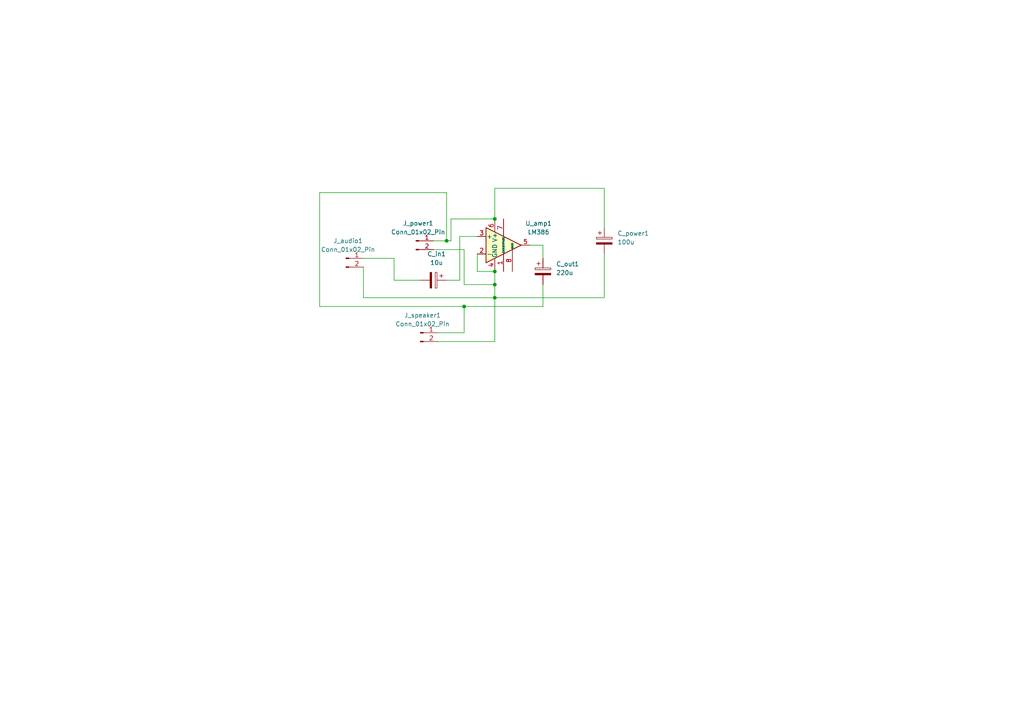
<source format=kicad_sch>
(kicad_sch (version 20231120) (generator "eeschema") (generator_version "8.0")
  (paper "A4")
  (lib_symbols
    (symbol "Amplifier_Audio:LM386" (pin_names (offset 0.127))
      (property "Reference" "U" (at 1.27 7.62 0))
      (property "Value" "LM386" (at 1.27 5.08 0))
      (symbol "LM386_0_1"
        (polyline (pts (xy 5.08 0) (xy -5.08 5.08) (xy -5.08 -5.08) (xy 5.08 0)) (stroke (width 0.254)) (fill (type background)))
      )
      (symbol "LM386_1_1"
        (pin input line (at 0 -7.62 90) (length 5.08) (name "GAIN") (number "1"))
        (pin input line (at -7.62 -2.54 0) (length 2.54) (name "-") (number "2"))
        (pin input line (at -7.62 2.54 0) (length 2.54) (name "+") (number "3"))
        (pin power_in line (at -2.54 -7.62 90) (length 3.81) (name "GND") (number "4"))
        (pin output line (at 7.62 0 180) (length 2.54) (name "~") (number "5"))
        (pin power_in line (at -2.54 7.62 270) (length 3.81) (name "V+") (number "6"))
        (pin input line (at 0 7.62 270) (length 5.08) (name "BYPASS") (number "7"))
        (pin input line (at 2.54 -7.62 90) (length 6.35) (name "GAIN") (number "8"))
      )
    )
    (symbol "Connector:Conn_01x02_Pin" (pin_names (offset 1.016) hide)
      (property "Reference" "J" (at 0 2.54 0))
      (property "Value" "Conn_01x02_Pin" (at 0 -5.08 0))
      (symbol "Conn_01x02_Pin_1_1"
        (polyline (pts (xy 1.27 -2.54) (xy 0.8636 -2.54)) (stroke (width 0.1524)))
        (polyline (pts (xy 1.27 0) (xy 0.8636 0)) (stroke (width 0.1524)))
        (rectangle (start 0.8636 -2.413) (end 0 -2.667) (stroke (width 0.1524)) (fill (type outline)))
        (rectangle (start 0.8636 0.127) (end 0 -0.127) (stroke (width 0.1524)) (fill (type outline)))
        (pin passive line (at 5.08 0 180) (length 3.81) (name "Pin_1") (number "1"))
        (pin passive line (at 5.08 -2.54 180) (length 3.81) (name "Pin_2") (number "2"))
      )
    )
    (symbol "Device:C_Polarized" (pin_numbers hide) (pin_names (offset 0.254))
      (property "Reference" "C" (at 0.635 2.54 0))
      (property "Value" "C_Polarized" (at 0.635 -2.54 0))
      (symbol "C_Polarized_0_1"
        (rectangle (start -2.286 0.508) (end 2.286 1.016))
        (polyline (pts (xy -1.778 2.286) (xy -0.762 2.286)))
        (polyline (pts (xy -1.27 2.794) (xy -1.27 1.778)))
        (rectangle (start 2.286 -0.508) (end -2.286 -1.016) (fill (type outline)))
      )
      (symbol "C_Polarized_1_1"
        (pin passive line (at 0 3.81 270) (length 2.794) (name "~") (number "1"))
        (pin passive line (at 0 -3.81 90) (length 2.794) (name "~") (number "2"))
      )
    )
  )
  (junction (at 134.62 88.9))
  (junction (at 143.51 63.5))
  (junction (at 143.51 86.36))
  (junction (at 143.51 82.55))
  (junction (at 129.54 69.85))
  (junction (at 143.51 78.74))
  (wire (pts (xy 143.51 82.55) (xy 143.51 86.36)))
  (wire (pts (xy 127 99.06) (xy 143.51 99.06)))
  (wire (pts (xy 105.41 77.47) (xy 105.41 86.36)))
  (wire (pts (xy 134.62 82.55) (xy 143.51 82.55)))
  (wire (pts (xy 133.35 81.28) (xy 133.35 68.58)))
  (wire (pts (xy 175.26 54.61) (xy 143.51 54.61)))
  (wire (pts (xy 129.54 69.85) (xy 130.81 69.85)))
  (wire (pts (xy 175.26 66.04) (xy 175.26 54.61)))
  (wire (pts (xy 105.41 86.36) (xy 143.51 86.36)))
  (wire (pts (xy 157.48 71.12) (xy 157.48 74.93)))
  (wire (pts (xy 105.41 74.93) (xy 114.3 74.93)))
  (wire (pts (xy 125.73 72.39) (xy 134.62 72.39)))
  (wire (pts (xy 130.81 69.85) (xy 130.81 63.5)))
  (wire (pts (xy 138.43 73.66) (xy 138.43 78.74)))
  (wire (pts (xy 134.62 88.9) (xy 134.62 96.52)))
  (wire (pts (xy 157.48 82.55) (xy 157.48 88.9)))
  (wire (pts (xy 129.54 81.28) (xy 133.35 81.28)))
  (wire (pts (xy 153.67 71.12) (xy 157.48 71.12)))
  (wire (pts (xy 127 96.52) (xy 134.62 96.52)))
  (wire (pts (xy 157.48 88.9) (xy 134.62 88.9)))
  (wire (pts (xy 130.81 63.5) (xy 143.51 63.5)))
  (wire (pts (xy 134.62 72.39) (xy 134.62 82.55)))
  (wire (pts (xy 114.3 81.28) (xy 121.92 81.28)))
  (wire (pts (xy 133.35 68.58) (xy 138.43 68.58)))
  (wire (pts (xy 134.62 88.9) (xy 92.71 88.9)))
  (wire (pts (xy 114.3 81.28) (xy 114.3 74.93)))
  (wire (pts (xy 138.43 78.74) (xy 143.51 78.74)))
  (wire (pts (xy 175.26 73.66) (xy 175.26 86.36)))
  (wire (pts (xy 143.51 78.74) (xy 143.51 82.55)))
  (wire (pts (xy 92.71 88.9) (xy 92.71 55.88)))
  (wire (pts (xy 143.51 54.61) (xy 143.51 63.5)))
  (wire (pts (xy 92.71 55.88) (xy 129.54 55.88)))
  (wire (pts (xy 143.51 99.06) (xy 143.51 86.36)))
  (wire (pts (xy 125.73 69.85) (xy 129.54 69.85)))
  (wire (pts (xy 175.26 86.36) (xy 143.51 86.36)))
  (wire (pts (xy 129.54 55.88) (xy 129.54 69.85)))
  (symbol (lib_id "Amplifier_Audio:LM386") (at 146.05 71.12 0) (unit 1)
    (property "Reference" "U_amp1" (at 156.21 64.8014 0))
    (property "Value" "LM386" (at 156.21 67.3414 0))
    (property "Footprint" "Package_SO:HSOP-8-1EP_3.9x4.9mm_P1.27mm_EP2.3x2.3mm" (effects (hide yes)))
    (property "Datasheet" "http://www.ti.com/lit/ds/symlink/lm386.pdf" (effects (hide yes)))
    (property "Description" "Low Voltage Audio Power Amplifier, DIP-8/SOIC-8/SSOP-8" (effects (hide yes)))
  )
  (symbol (lib_id "Device:C_Polarized") (at 157.48 78.74 0) (unit 1)
    (property "Reference" "C_out1" (at 161.29 76.5809 0) (effects (justify left)))
    (property "Value" "220u" (at 161.29 79.1209 0) (effects (justify left)))
    (property "Footprint" "Capacitor_SMD:CP_Elec_6.3x5.3" (effects (hide yes)))
    (property "Description" "Polarized capacitor" (effects (hide yes)))
  )
  (symbol (lib_id "Device:C_Polarized") (at 125.73 81.28 270) (unit 1)
    (property "Reference" "C_in1" (at 126.619 73.66 90))
    (property "Value" "10u" (at 126.619 76.2 90))
    (property "Footprint" "Capacitor_SMD:CP_Elec_6.3x5.3" (effects (hide yes)))
    (property "Description" "Polarized capacitor" (effects (hide yes)))
  )
  (symbol (lib_id "Connector:Conn_01x02_Pin") (at 100.33 74.93 0) (unit 1)
    (property "Reference" "J_audio1" (at 100.965 69.85 0))
    (property "Value" "Conn_01x02_Pin" (at 100.965 72.39 0))
    (property "Footprint" "Connector_PinHeader_2.54mm:PinHeader_1x02_P2.54mm_Vertical" (effects (hide yes)))
    (property "Description" "Generic connector, single row, 01x02, script generated" (effects (hide yes)))
  )
  (symbol (lib_id "Device:C_Polarized") (at 175.26 69.85 0) (unit 1)
    (property "Reference" "C_power1" (at 179.07 67.6909 0) (effects (justify left)))
    (property "Value" "100u" (at 179.07 70.2309 0) (effects (justify left)))
    (property "Footprint" "Capacitor_SMD:CP_Elec_6.3x5.3" (effects (hide yes)))
    (property "Description" "Polarized capacitor" (effects (hide yes)))
  )
  (symbol (lib_id "Connector:Conn_01x02_Pin") (at 121.92 96.52 0) (unit 1)
    (property "Reference" "J_speaker1" (at 122.555 91.44 0))
    (property "Value" "Conn_01x02_Pin" (at 122.555 93.98 0))
    (property "Footprint" "Connector_PinHeader_2.54mm:PinHeader_1x02_P2.54mm_Vertical" (effects (hide yes)))
    (property "Description" "Generic connector, single row, 01x02, script generated" (effects (hide yes)))
  )
  (symbol (lib_id "Connector:Conn_01x02_Pin") (at 120.65 69.85 0) (unit 1)
    (property "Reference" "J_power1" (at 121.285 64.77 0))
    (property "Value" "Conn_01x02_Pin" (at 121.285 67.31 0))
    (property "Footprint" "Connector_PinHeader_2.54mm:PinHeader_1x02_P2.54mm_Vertical" (effects (hide yes)))
    (property "Description" "Generic connector, single row, 01x02, script generated" (effects (hide yes)))
  )
)
</source>
